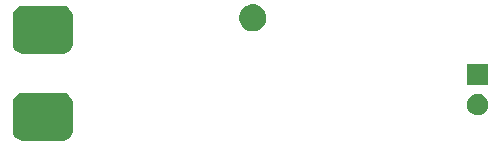
<source format=gbr>
G04 #@! TF.GenerationSoftware,KiCad,Pcbnew,5.1.5-52549c5~84~ubuntu18.04.1*
G04 #@! TF.CreationDate,2020-02-24T19:49:59+02:00*
G04 #@! TF.ProjectId,kello-zcdetector,6b656c6c-6f2d-47a6-9364-65746563746f,rev?*
G04 #@! TF.SameCoordinates,Original*
G04 #@! TF.FileFunction,Soldermask,Bot*
G04 #@! TF.FilePolarity,Negative*
%FSLAX46Y46*%
G04 Gerber Fmt 4.6, Leading zero omitted, Abs format (unit mm)*
G04 Created by KiCad (PCBNEW 5.1.5-52549c5~84~ubuntu18.04.1) date 2020-02-24 19:49:59*
%MOMM*%
%LPD*%
G04 APERTURE LIST*
%ADD10C,0.100000*%
G04 APERTURE END LIST*
D10*
G36*
X18158752Y-24511097D02*
G01*
X18339295Y-24565864D01*
X18505677Y-24654797D01*
X18651516Y-24774484D01*
X18771203Y-24920323D01*
X18860136Y-25086705D01*
X18914903Y-25267248D01*
X18934000Y-25461140D01*
X18934000Y-27624860D01*
X18914903Y-27818752D01*
X18860136Y-27999295D01*
X18771203Y-28165677D01*
X18651516Y-28311516D01*
X18505677Y-28431203D01*
X18339295Y-28520136D01*
X18158752Y-28574903D01*
X17964860Y-28594000D01*
X14801140Y-28594000D01*
X14607248Y-28574903D01*
X14426705Y-28520136D01*
X14260323Y-28431203D01*
X14114484Y-28311516D01*
X13994797Y-28165677D01*
X13905864Y-27999295D01*
X13851097Y-27818752D01*
X13832000Y-27624860D01*
X13832000Y-25461140D01*
X13851097Y-25267248D01*
X13905864Y-25086705D01*
X13994797Y-24920323D01*
X14114484Y-24774484D01*
X14260323Y-24654797D01*
X14426705Y-24565864D01*
X14607248Y-24511097D01*
X14801140Y-24492000D01*
X17964860Y-24492000D01*
X18158752Y-24511097D01*
G37*
G36*
X53326512Y-24630927D02*
G01*
X53475812Y-24660624D01*
X53639784Y-24728544D01*
X53787354Y-24827147D01*
X53912853Y-24952646D01*
X54011456Y-25100216D01*
X54079376Y-25264188D01*
X54114000Y-25438259D01*
X54114000Y-25615741D01*
X54079376Y-25789812D01*
X54011456Y-25953784D01*
X53912853Y-26101354D01*
X53787354Y-26226853D01*
X53639784Y-26325456D01*
X53475812Y-26393376D01*
X53326512Y-26423073D01*
X53301742Y-26428000D01*
X53124258Y-26428000D01*
X53099488Y-26423073D01*
X52950188Y-26393376D01*
X52786216Y-26325456D01*
X52638646Y-26226853D01*
X52513147Y-26101354D01*
X52414544Y-25953784D01*
X52346624Y-25789812D01*
X52312000Y-25615741D01*
X52312000Y-25438259D01*
X52346624Y-25264188D01*
X52414544Y-25100216D01*
X52513147Y-24952646D01*
X52638646Y-24827147D01*
X52786216Y-24728544D01*
X52950188Y-24660624D01*
X53099488Y-24630927D01*
X53124258Y-24626000D01*
X53301742Y-24626000D01*
X53326512Y-24630927D01*
G37*
G36*
X54114000Y-23888000D02*
G01*
X52312000Y-23888000D01*
X52312000Y-22086000D01*
X54114000Y-22086000D01*
X54114000Y-23888000D01*
G37*
G36*
X18158752Y-17145097D02*
G01*
X18339295Y-17199864D01*
X18505677Y-17288797D01*
X18651516Y-17408484D01*
X18771203Y-17554323D01*
X18860136Y-17720705D01*
X18914903Y-17901248D01*
X18934000Y-18095140D01*
X18934000Y-20258860D01*
X18914903Y-20452752D01*
X18860136Y-20633295D01*
X18771203Y-20799677D01*
X18651516Y-20945516D01*
X18505677Y-21065203D01*
X18339295Y-21154136D01*
X18158752Y-21208903D01*
X17964860Y-21228000D01*
X14801140Y-21228000D01*
X14607248Y-21208903D01*
X14426705Y-21154136D01*
X14260323Y-21065203D01*
X14114484Y-20945516D01*
X13994797Y-20799677D01*
X13905864Y-20633295D01*
X13851097Y-20452752D01*
X13832000Y-20258860D01*
X13832000Y-18095140D01*
X13851097Y-17901248D01*
X13905864Y-17720705D01*
X13994797Y-17554323D01*
X14114484Y-17408484D01*
X14260323Y-17288797D01*
X14426705Y-17199864D01*
X14607248Y-17145097D01*
X14801140Y-17126000D01*
X17964860Y-17126000D01*
X18158752Y-17145097D01*
G37*
G36*
X34387549Y-17032116D02*
G01*
X34498734Y-17054232D01*
X34708203Y-17140997D01*
X34896720Y-17266960D01*
X35057040Y-17427280D01*
X35183003Y-17615797D01*
X35242344Y-17759058D01*
X35269768Y-17825267D01*
X35294865Y-17951435D01*
X35314000Y-18047636D01*
X35314000Y-18274364D01*
X35269768Y-18496734D01*
X35183003Y-18706203D01*
X35057040Y-18894720D01*
X34896720Y-19055040D01*
X34708203Y-19181003D01*
X34498734Y-19267768D01*
X34387549Y-19289884D01*
X34276365Y-19312000D01*
X34049635Y-19312000D01*
X33938451Y-19289884D01*
X33827266Y-19267768D01*
X33617797Y-19181003D01*
X33429280Y-19055040D01*
X33268960Y-18894720D01*
X33142997Y-18706203D01*
X33056232Y-18496734D01*
X33012000Y-18274364D01*
X33012000Y-18047636D01*
X33031136Y-17951435D01*
X33056232Y-17825267D01*
X33083657Y-17759058D01*
X33142997Y-17615797D01*
X33268960Y-17427280D01*
X33429280Y-17266960D01*
X33617797Y-17140997D01*
X33827266Y-17054232D01*
X33938451Y-17032116D01*
X34049635Y-17010000D01*
X34276365Y-17010000D01*
X34387549Y-17032116D01*
G37*
M02*

</source>
